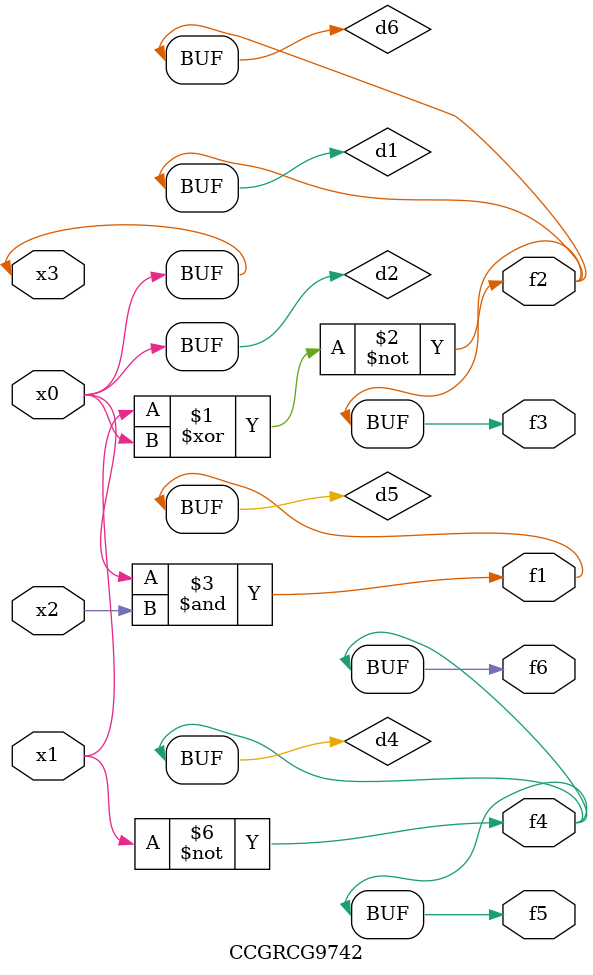
<source format=v>
module CCGRCG9742(
	input x0, x1, x2, x3,
	output f1, f2, f3, f4, f5, f6
);

	wire d1, d2, d3, d4, d5, d6;

	xnor (d1, x1, x3);
	buf (d2, x0, x3);
	nand (d3, x0, x2);
	not (d4, x1);
	nand (d5, d3);
	or (d6, d1);
	assign f1 = d5;
	assign f2 = d6;
	assign f3 = d6;
	assign f4 = d4;
	assign f5 = d4;
	assign f6 = d4;
endmodule

</source>
